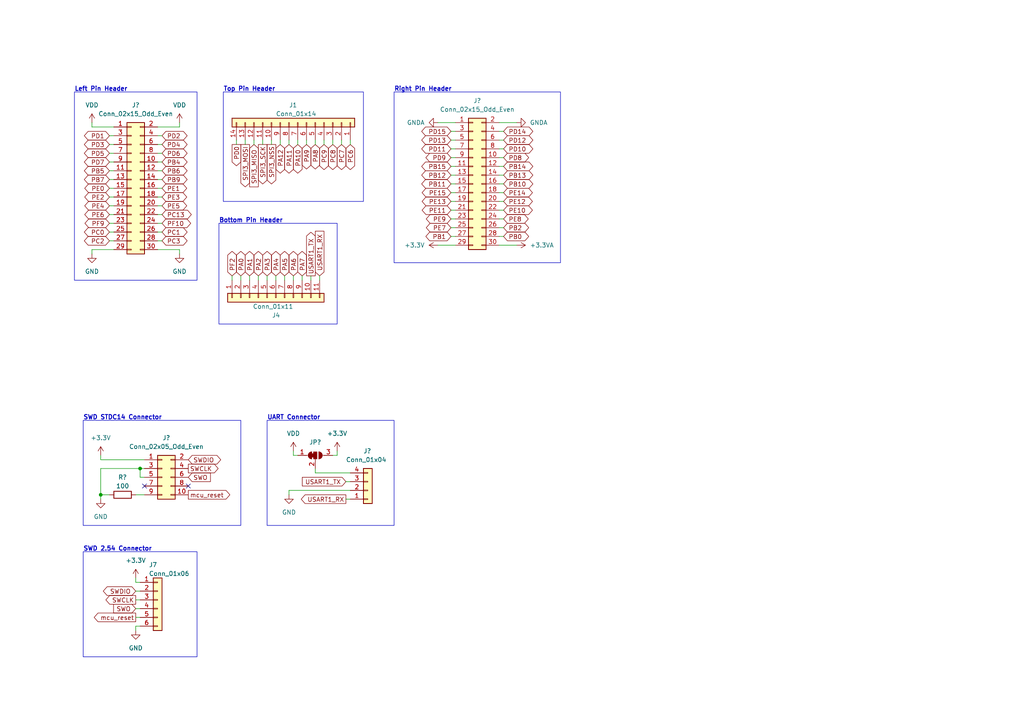
<source format=kicad_sch>
(kicad_sch (version 20230121) (generator eeschema)
  (paper "A4")
  (title_block (date "2023-08-16") (company "MAZE"))
  (lib_symbols
    (symbol "Connector_Generic:Conn_01x04" (pin_names (offset 1.016) hide)
      (property "Reference" "J" (at 0 5.08 0))
      (property "Value" "Conn_01x04" (at 0 -7.62 0))
      (symbol "Conn_01x04_1_1"
        (rectangle (start -1.27 -4.953) (end 0 -5.207) (stroke (width 0.1524)))
        (rectangle (start -1.27 -2.413) (end 0 -2.667) (stroke (width 0.1524)))
        (rectangle (start -1.27 0.127) (end 0 -0.127) (stroke (width 0.1524)))
        (rectangle (start -1.27 2.667) (end 0 2.413) (stroke (width 0.1524)))
        (rectangle (start -1.27 3.81) (end 1.27 -6.35) (stroke (width 0.254)) (fill (type background)))
        (pin passive line (at -5.08 2.54 0) (length 3.81) (name "Pin_1") (number "1"))
        (pin passive line (at -5.08 0 0) (length 3.81) (name "Pin_2") (number "2"))
        (pin passive line (at -5.08 -2.54 0) (length 3.81) (name "Pin_3") (number "3"))
        (pin passive line (at -5.08 -5.08 0) (length 3.81) (name "Pin_4") (number "4"))
      )
    )
    (symbol "Connector_Generic:Conn_01x06" (pin_names (offset 1.016) hide)
      (property "Reference" "J" (at 0 7.62 0))
      (property "Value" "Conn_01x06" (at 0 -10.16 0))
      (symbol "Conn_01x06_1_1"
        (rectangle (start -1.27 -7.493) (end 0 -7.747) (stroke (width 0.1524)))
        (rectangle (start -1.27 -4.953) (end 0 -5.207) (stroke (width 0.1524)))
        (rectangle (start -1.27 -2.413) (end 0 -2.667) (stroke (width 0.1524)))
        (rectangle (start -1.27 0.127) (end 0 -0.127) (stroke (width 0.1524)))
        (rectangle (start -1.27 2.667) (end 0 2.413) (stroke (width 0.1524)))
        (rectangle (start -1.27 5.207) (end 0 4.953) (stroke (width 0.1524)))
        (rectangle (start -1.27 6.35) (end 1.27 -8.89) (stroke (width 0.254)) (fill (type background)))
        (pin passive line (at -5.08 5.08 0) (length 3.81) (name "Pin_1") (number "1"))
        (pin passive line (at -5.08 2.54 0) (length 3.81) (name "Pin_2") (number "2"))
        (pin passive line (at -5.08 0 0) (length 3.81) (name "Pin_3") (number "3"))
        (pin passive line (at -5.08 -2.54 0) (length 3.81) (name "Pin_4") (number "4"))
        (pin passive line (at -5.08 -5.08 0) (length 3.81) (name "Pin_5") (number "5"))
        (pin passive line (at -5.08 -7.62 0) (length 3.81) (name "Pin_6") (number "6"))
      )
    )
    (symbol "Connector_Generic:Conn_01x11" (pin_names (offset 1.016) hide)
      (property "Reference" "J" (at 0 15.24 0))
      (property "Value" "Conn_01x11" (at 0 -15.24 0))
      (symbol "Conn_01x11_1_1"
        (rectangle (start -1.27 -12.573) (end 0 -12.827) (stroke (width 0.1524)))
        (rectangle (start -1.27 -10.033) (end 0 -10.287) (stroke (width 0.1524)))
        (rectangle (start -1.27 -7.493) (end 0 -7.747) (stroke (width 0.1524)))
        (rectangle (start -1.27 -4.953) (end 0 -5.207) (stroke (width 0.1524)))
        (rectangle (start -1.27 -2.413) (end 0 -2.667) (stroke (width 0.1524)))
        (rectangle (start -1.27 0.127) (end 0 -0.127) (stroke (width 0.1524)))
        (rectangle (start -1.27 2.667) (end 0 2.413) (stroke (width 0.1524)))
        (rectangle (start -1.27 5.207) (end 0 4.953) (stroke (width 0.1524)))
        (rectangle (start -1.27 7.747) (end 0 7.493) (stroke (width 0.1524)))
        (rectangle (start -1.27 10.287) (end 0 10.033) (stroke (width 0.1524)))
        (rectangle (start -1.27 12.827) (end 0 12.573) (stroke (width 0.1524)))
        (rectangle (start -1.27 13.97) (end 1.27 -13.97) (stroke (width 0.254)) (fill (type background)))
        (pin passive line (at -5.08 12.7 0) (length 3.81) (name "Pin_1") (number "1"))
        (pin passive line (at -5.08 -10.16 0) (length 3.81) (name "Pin_10") (number "10"))
        (pin passive line (at -5.08 -12.7 0) (length 3.81) (name "Pin_11") (number "11"))
        (pin passive line (at -5.08 10.16 0) (length 3.81) (name "Pin_2") (number "2"))
        (pin passive line (at -5.08 7.62 0) (length 3.81) (name "Pin_3") (number "3"))
        (pin passive line (at -5.08 5.08 0) (length 3.81) (name "Pin_4") (number "4"))
        (pin passive line (at -5.08 2.54 0) (length 3.81) (name "Pin_5") (number "5"))
        (pin passive line (at -5.08 0 0) (length 3.81) (name "Pin_6") (number "6"))
        (pin passive line (at -5.08 -2.54 0) (length 3.81) (name "Pin_7") (number "7"))
        (pin passive line (at -5.08 -5.08 0) (length 3.81) (name "Pin_8") (number "8"))
        (pin passive line (at -5.08 -7.62 0) (length 3.81) (name "Pin_9") (number "9"))
      )
    )
    (symbol "Connector_Generic:Conn_01x14" (pin_names (offset 1.016) hide)
      (property "Reference" "J" (at 0 17.78 0))
      (property "Value" "Conn_01x14" (at 0 -20.32 0))
      (symbol "Conn_01x14_1_1"
        (rectangle (start -1.27 -17.653) (end 0 -17.907) (stroke (width 0.1524)))
        (rectangle (start -1.27 -15.113) (end 0 -15.367) (stroke (width 0.1524)))
        (rectangle (start -1.27 -12.573) (end 0 -12.827) (stroke (width 0.1524)))
        (rectangle (start -1.27 -10.033) (end 0 -10.287) (stroke (width 0.1524)))
        (rectangle (start -1.27 -7.493) (end 0 -7.747) (stroke (width 0.1524)))
        (rectangle (start -1.27 -4.953) (end 0 -5.207) (stroke (width 0.1524)))
        (rectangle (start -1.27 -2.413) (end 0 -2.667) (stroke (width 0.1524)))
        (rectangle (start -1.27 0.127) (end 0 -0.127) (stroke (width 0.1524)))
        (rectangle (start -1.27 2.667) (end 0 2.413) (stroke (width 0.1524)))
        (rectangle (start -1.27 5.207) (end 0 4.953) (stroke (width 0.1524)))
        (rectangle (start -1.27 7.747) (end 0 7.493) (stroke (width 0.1524)))
        (rectangle (start -1.27 10.287) (end 0 10.033) (stroke (width 0.1524)))
        (rectangle (start -1.27 12.827) (end 0 12.573) (stroke (width 0.1524)))
        (rectangle (start -1.27 15.367) (end 0 15.113) (stroke (width 0.1524)))
        (rectangle (start -1.27 16.51) (end 1.27 -19.05) (stroke (width 0.254)) (fill (type background)))
        (pin passive line (at -5.08 15.24 0) (length 3.81) (name "Pin_1") (number "1"))
        (pin passive line (at -5.08 -7.62 0) (length 3.81) (name "Pin_10") (number "10"))
        (pin passive line (at -5.08 -10.16 0) (length 3.81) (name "Pin_11") (number "11"))
        (pin passive line (at -5.08 -12.7 0) (length 3.81) (name "Pin_12") (number "12"))
        (pin passive line (at -5.08 -15.24 0) (length 3.81) (name "Pin_13") (number "13"))
        (pin passive line (at -5.08 -17.78 0) (length 3.81) (name "Pin_14") (number "14"))
        (pin passive line (at -5.08 12.7 0) (length 3.81) (name "Pin_2") (number "2"))
        (pin passive line (at -5.08 10.16 0) (length 3.81) (name "Pin_3") (number "3"))
        (pin passive line (at -5.08 7.62 0) (length 3.81) (name "Pin_4") (number "4"))
        (pin passive line (at -5.08 5.08 0) (length 3.81) (name "Pin_5") (number "5"))
        (pin passive line (at -5.08 2.54 0) (length 3.81) (name "Pin_6") (number "6"))
        (pin passive line (at -5.08 0 0) (length 3.81) (name "Pin_7") (number "7"))
        (pin passive line (at -5.08 -2.54 0) (length 3.81) (name "Pin_8") (number "8"))
        (pin passive line (at -5.08 -5.08 0) (length 3.81) (name "Pin_9") (number "9"))
      )
    )
    (symbol "Connector_Generic:Conn_02x05_Odd_Even" (pin_names (offset 1.016) hide)
      (property "Reference" "J" (at 1.27 7.62 0))
      (property "Value" "Conn_02x05_Odd_Even" (at 1.27 -7.62 0))
      (symbol "Conn_02x05_Odd_Even_1_1"
        (rectangle (start -1.27 -4.953) (end 0 -5.207) (stroke (width 0.1524)))
        (rectangle (start -1.27 -2.413) (end 0 -2.667) (stroke (width 0.1524)))
        (rectangle (start -1.27 0.127) (end 0 -0.127) (stroke (width 0.1524)))
        (rectangle (start -1.27 2.667) (end 0 2.413) (stroke (width 0.1524)))
        (rectangle (start -1.27 5.207) (end 0 4.953) (stroke (width 0.1524)))
        (rectangle (start -1.27 6.35) (end 3.81 -6.35) (stroke (width 0.254)) (fill (type background)))
        (rectangle (start 3.81 -4.953) (end 2.54 -5.207) (stroke (width 0.1524)))
        (rectangle (start 3.81 -2.413) (end 2.54 -2.667) (stroke (width 0.1524)))
        (rectangle (start 3.81 0.127) (end 2.54 -0.127) (stroke (width 0.1524)))
        (rectangle (start 3.81 2.667) (end 2.54 2.413) (stroke (width 0.1524)))
        (rectangle (start 3.81 5.207) (end 2.54 4.953) (stroke (width 0.1524)))
        (pin passive line (at -5.08 5.08 0) (length 3.81) (name "Pin_1") (number "1"))
        (pin passive line (at 7.62 -5.08 180) (length 3.81) (name "Pin_10") (number "10"))
        (pin passive line (at 7.62 5.08 180) (length 3.81) (name "Pin_2") (number "2"))
        (pin passive line (at -5.08 2.54 0) (length 3.81) (name "Pin_3") (number "3"))
        (pin passive line (at 7.62 2.54 180) (length 3.81) (name "Pin_4") (number "4"))
        (pin passive line (at -5.08 0 0) (length 3.81) (name "Pin_5") (number "5"))
        (pin passive line (at 7.62 0 180) (length 3.81) (name "Pin_6") (number "6"))
        (pin passive line (at -5.08 -2.54 0) (length 3.81) (name "Pin_7") (number "7"))
        (pin passive line (at 7.62 -2.54 180) (length 3.81) (name "Pin_8") (number "8"))
        (pin passive line (at -5.08 -5.08 0) (length 3.81) (name "Pin_9") (number "9"))
      )
    )
    (symbol "Connector_Generic:Conn_02x15_Odd_Even" (pin_names (offset 1.016) hide)
      (property "Reference" "J" (at 1.27 20.32 0))
      (property "Value" "Conn_02x15_Odd_Even" (at 1.27 -20.32 0))
      (symbol "Conn_02x15_Odd_Even_1_1"
        (rectangle (start -1.27 -17.653) (end 0 -17.907) (stroke (width 0.1524)))
        (rectangle (start -1.27 -15.113) (end 0 -15.367) (stroke (width 0.1524)))
        (rectangle (start -1.27 -12.573) (end 0 -12.827) (stroke (width 0.1524)))
        (rectangle (start -1.27 -10.033) (end 0 -10.287) (stroke (width 0.1524)))
        (rectangle (start -1.27 -7.493) (end 0 -7.747) (stroke (width 0.1524)))
        (rectangle (start -1.27 -4.953) (end 0 -5.207) (stroke (width 0.1524)))
        (rectangle (start -1.27 -2.413) (end 0 -2.667) (stroke (width 0.1524)))
        (rectangle (start -1.27 0.127) (end 0 -0.127) (stroke (width 0.1524)))
        (rectangle (start -1.27 2.667) (end 0 2.413) (stroke (width 0.1524)))
        (rectangle (start -1.27 5.207) (end 0 4.953) (stroke (width 0.1524)))
        (rectangle (start -1.27 7.747) (end 0 7.493) (stroke (width 0.1524)))
        (rectangle (start -1.27 10.287) (end 0 10.033) (stroke (width 0.1524)))
        (rectangle (start -1.27 12.827) (end 0 12.573) (stroke (width 0.1524)))
        (rectangle (start -1.27 15.367) (end 0 15.113) (stroke (width 0.1524)))
        (rectangle (start -1.27 17.907) (end 0 17.653) (stroke (width 0.1524)))
        (rectangle (start -1.27 19.05) (end 3.81 -19.05) (stroke (width 0.254)) (fill (type background)))
        (rectangle (start 3.81 -17.653) (end 2.54 -17.907) (stroke (width 0.1524)))
        (rectangle (start 3.81 -15.113) (end 2.54 -15.367) (stroke (width 0.1524)))
        (rectangle (start 3.81 -12.573) (end 2.54 -12.827) (stroke (width 0.1524)))
        (rectangle (start 3.81 -10.033) (end 2.54 -10.287) (stroke (width 0.1524)))
        (rectangle (start 3.81 -7.493) (end 2.54 -7.747) (stroke (width 0.1524)))
        (rectangle (start 3.81 -4.953) (end 2.54 -5.207) (stroke (width 0.1524)))
        (rectangle (start 3.81 -2.413) (end 2.54 -2.667) (stroke (width 0.1524)))
        (rectangle (start 3.81 0.127) (end 2.54 -0.127) (stroke (width 0.1524)))
        (rectangle (start 3.81 2.667) (end 2.54 2.413) (stroke (width 0.1524)))
        (rectangle (start 3.81 5.207) (end 2.54 4.953) (stroke (width 0.1524)))
        (rectangle (start 3.81 7.747) (end 2.54 7.493) (stroke (width 0.1524)))
        (rectangle (start 3.81 10.287) (end 2.54 10.033) (stroke (width 0.1524)))
        (rectangle (start 3.81 12.827) (end 2.54 12.573) (stroke (width 0.1524)))
        (rectangle (start 3.81 15.367) (end 2.54 15.113) (stroke (width 0.1524)))
        (rectangle (start 3.81 17.907) (end 2.54 17.653) (stroke (width 0.1524)))
        (pin passive line (at -5.08 17.78 0) (length 3.81) (name "Pin_1") (number "1"))
        (pin passive line (at 7.62 7.62 180) (length 3.81) (name "Pin_10") (number "10"))
        (pin passive line (at -5.08 5.08 0) (length 3.81) (name "Pin_11") (number "11"))
        (pin passive line (at 7.62 5.08 180) (length 3.81) (name "Pin_12") (number "12"))
        (pin passive line (at -5.08 2.54 0) (length 3.81) (name "Pin_13") (number "13"))
        (pin passive line (at 7.62 2.54 180) (length 3.81) (name "Pin_14") (number "14"))
        (pin passive line (at -5.08 0 0) (length 3.81) (name "Pin_15") (number "15"))
        (pin passive line (at 7.62 0 180) (length 3.81) (name "Pin_16") (number "16"))
        (pin passive line (at -5.08 -2.54 0) (length 3.81) (name "Pin_17") (number "17"))
        (pin passive line (at 7.62 -2.54 180) (length 3.81) (name "Pin_18") (number "18"))
        (pin passive line (at -5.08 -5.08 0) (length 3.81) (name "Pin_19") (number "19"))
        (pin passive line (at 7.62 17.78 180) (length 3.81) (name "Pin_2") (number "2"))
        (pin passive line (at 7.62 -5.08 180) (length 3.81) (name "Pin_20") (number "20"))
        (pin passive line (at -5.08 -7.62 0) (length 3.81) (name "Pin_21") (number "21"))
        (pin passive line (at 7.62 -7.62 180) (length 3.81) (name "Pin_22") (number "22"))
        (pin passive line (at -5.08 -10.16 0) (length 3.81) (name "Pin_23") (number "23"))
        (pin passive line (at 7.62 -10.16 180) (length 3.81) (name "Pin_24") (number "24"))
        (pin passive line (at -5.08 -12.7 0) (length 3.81) (name "Pin_25") (number "25"))
        (pin passive line (at 7.62 -12.7 180) (length 3.81) (name "Pin_26") (number "26"))
        (pin passive line (at -5.08 -15.24 0) (length 3.81) (name "Pin_27") (number "27"))
        (pin passive line (at 7.62 -15.24 180) (length 3.81) (name "Pin_28") (number "28"))
        (pin passive line (at -5.08 -17.78 0) (length 3.81) (name "Pin_29") (number "29"))
        (pin passive line (at -5.08 15.24 0) (length 3.81) (name "Pin_3") (number "3"))
        (pin passive line (at 7.62 -17.78 180) (length 3.81) (name "Pin_30") (number "30"))
        (pin passive line (at 7.62 15.24 180) (length 3.81) (name "Pin_4") (number "4"))
        (pin passive line (at -5.08 12.7 0) (length 3.81) (name "Pin_5") (number "5"))
        (pin passive line (at 7.62 12.7 180) (length 3.81) (name "Pin_6") (number "6"))
        (pin passive line (at -5.08 10.16 0) (length 3.81) (name "Pin_7") (number "7"))
        (pin passive line (at 7.62 10.16 180) (length 3.81) (name "Pin_8") (number "8"))
        (pin passive line (at -5.08 7.62 0) (length 3.81) (name "Pin_9") (number "9"))
      )
    )
    (symbol "Device:R" (pin_numbers hide) (pin_names (offset 0))
      (property "Reference" "R" (at 2.032 0 90))
      (property "Value" "R" (at 0 0 90))
      (symbol "R_0_1"
        (rectangle (start -1.016 -2.54) (end 1.016 2.54) (stroke (width 0.254)))
      )
      (symbol "R_1_1"
        (pin passive line (at 0 3.81 270) (length 1.27) (name "~") (number "1"))
        (pin passive line (at 0 -3.81 90) (length 1.27) (name "~") (number "2"))
      )
    )
    (symbol "Jumper:SolderJumper_3_Bridged12" (pin_names (offset 0) hide)
      (property "Reference" "JP" (at -2.54 -2.54 0))
      (property "Value" "SolderJumper_3_Bridged12" (at 0 2.794 0))
      (symbol "SolderJumper_3_Bridged12_0_1"
        (rectangle (start -1.016 0.508) (end -0.508 -0.508) (fill (type outline)))
        (arc (start -1.016 1.016) (mid -2.0276 0) (end -1.016 -1.016))
        (arc (start -1.016 1.016) (mid -2.0276 0) (end -1.016 -1.016) (fill (type outline)))
        (rectangle (start -0.508 1.016) (end 0.508 -1.016) (fill (type outline)))
        (polyline (pts (xy -2.54 0) (xy -2.032 0)))
        (polyline (pts (xy -1.016 1.016) (xy -1.016 -1.016)))
        (polyline (pts (xy 0 -1.27) (xy 0 -1.016)))
        (polyline (pts (xy 1.016 1.016) (xy 1.016 -1.016)))
        (polyline (pts (xy 2.54 0) (xy 2.032 0)))
        (arc (start 1.016 -1.016) (mid 2.0276 0) (end 1.016 1.016))
        (arc (start 1.016 -1.016) (mid 2.0276 0) (end 1.016 1.016) (fill (type outline)))
      )
      (symbol "SolderJumper_3_Bridged12_1_1"
        (pin passive line (at -5.08 0 0) (length 2.54) (name "A") (number "1"))
        (pin passive line (at 0 -3.81 90) (length 2.54) (name "C") (number "2"))
        (pin passive line (at 5.08 0 180) (length 2.54) (name "B") (number "3"))
      )
    )
    (symbol "power:+3.3V" (power) (pin_names (offset 0))
      (property "Value" "+3.3V" (at 0 3.556 0))
      (symbol "+3.3V_0_1"
        (polyline (pts (xy -0.762 1.27) (xy 0 2.54)))
        (polyline (pts (xy 0 0) (xy 0 2.54)))
        (polyline (pts (xy 0 2.54) (xy 0.762 1.27)))
      )
      (symbol "+3.3V_1_1"
        (pin power_in line (at 0 0 90) (length 0) hide (name "+3.3V") (number "1"))
      )
    )
    (symbol "power:+3.3VA" (power) (pin_names (offset 0))
      (property "Value" "+3.3VA" (at 0 3.556 0))
      (symbol "+3.3VA_0_1"
        (polyline (pts (xy -0.762 1.27) (xy 0 2.54)))
        (polyline (pts (xy 0 0) (xy 0 2.54)))
        (polyline (pts (xy 0 2.54) (xy 0.762 1.27)))
      )
      (symbol "+3.3VA_1_1"
        (pin power_in line (at 0 0 90) (length 0) hide (name "+3.3VA") (number "1"))
      )
    )
    (symbol "power:GND" (power) (pin_names (offset 0))
      (property "Value" "GND" (at 0 -3.81 0))
      (symbol "GND_0_1"
        (polyline (pts (xy 0 0) (xy 0 -1.27) (xy 1.27 -1.27) (xy 0 -2.54) (xy -1.27 -1.27) (xy 0 -1.27)))
      )
      (symbol "GND_1_1"
        (pin power_in line (at 0 0 270) (length 0) hide (name "GND") (number "1"))
      )
    )
    (symbol "power:GNDA" (power) (pin_names (offset 0))
      (property "Value" "GNDA" (at 0 -3.81 0))
      (symbol "GNDA_0_1"
        (polyline (pts (xy 0 0) (xy 0 -1.27) (xy 1.27 -1.27) (xy 0 -2.54) (xy -1.27 -1.27) (xy 0 -1.27)))
      )
      (symbol "GNDA_1_1"
        (pin power_in line (at 0 0 270) (length 0) hide (name "GNDA") (number "1"))
      )
    )
    (symbol "power:VDD" (power) (pin_names (offset 0))
      (property "Value" "VDD" (at 0 3.81 0))
      (symbol "VDD_0_1"
        (polyline (pts (xy -0.762 1.27) (xy 0 2.54)))
        (polyline (pts (xy 0 0) (xy 0 2.54)))
        (polyline (pts (xy 0 2.54) (xy 0.762 1.27)))
      )
      (symbol "VDD_1_1"
        (pin power_in line (at 0 0 90) (length 0) hide (name "VDD") (number "1"))
      )
    )
  )
  (junction (at 29.21 143.51))
  (junction (at 40.64 135.89))
  (no_connect (at 54.61 140.97))
  (no_connect (at 41.91 140.97))
  (wire (pts (xy 130.81 45.72) (xy 132.08 45.72)))
  (wire (pts (xy 46.99 52.07) (xy 45.72 52.07)))
  (wire (pts (xy 101.6 142.24) (xy 83.82 142.24)))
  (wire (pts (xy 149.86 71.12) (xy 144.78 71.12)))
  (wire (pts (xy 45.72 72.39) (xy 52.07 72.39)))
  (wire (pts (xy 33.02 72.39) (xy 26.67 72.39)))
  (wire (pts (xy 91.44 135.89) (xy 91.44 137.16)))
  (wire (pts (xy 96.52 41.91) (xy 96.52 40.64)))
  (wire (pts (xy 100.33 144.78) (xy 101.6 144.78)))
  (wire (pts (xy 31.75 41.91) (xy 33.02 41.91)))
  (wire (pts (xy 146.05 48.26) (xy 144.78 48.26)))
  (wire (pts (xy 130.81 60.96) (xy 132.08 60.96)))
  (wire (pts (xy 41.91 138.43) (xy 40.64 138.43)))
  (wire (pts (xy 92.71 80.01) (xy 92.71 81.28)))
  (wire (pts (xy 86.36 132.08) (xy 85.09 132.08)))
  (wire (pts (xy 39.37 171.45) (xy 40.64 171.45)))
  (wire (pts (xy 91.44 41.91) (xy 91.44 40.64)))
  (wire (pts (xy 41.91 133.35) (xy 29.21 133.35)))
  (wire (pts (xy 29.21 143.51) (xy 31.75 143.51)))
  (wire (pts (xy 73.66 41.91) (xy 73.66 40.64)))
  (wire (pts (xy 39.37 179.07) (xy 40.64 179.07)))
  (wire (pts (xy 46.99 41.91) (xy 45.72 41.91)))
  (wire (pts (xy 130.81 55.88) (xy 132.08 55.88)))
  (wire (pts (xy 101.6 41.91) (xy 101.6 40.64)))
  (wire (pts (xy 146.05 38.1) (xy 144.78 38.1)))
  (wire (pts (xy 46.99 49.53) (xy 45.72 49.53)))
  (wire (pts (xy 97.79 130.81) (xy 97.79 132.08)))
  (wire (pts (xy 31.75 64.77) (xy 33.02 64.77)))
  (wire (pts (xy 39.37 176.53) (xy 40.64 176.53)))
  (wire (pts (xy 40.64 135.89) (xy 29.21 135.89)))
  (wire (pts (xy 40.64 181.61) (xy 39.37 181.61)))
  (wire (pts (xy 45.72 36.83) (xy 52.07 36.83)))
  (wire (pts (xy 31.75 44.45) (xy 33.02 44.45)))
  (wire (pts (xy 130.81 66.04) (xy 132.08 66.04)))
  (wire (pts (xy 72.39 80.01) (xy 72.39 81.28)))
  (wire (pts (xy 31.75 69.85) (xy 33.02 69.85)))
  (wire (pts (xy 31.75 46.99) (xy 33.02 46.99)))
  (wire (pts (xy 146.05 60.96) (xy 144.78 60.96)))
  (wire (pts (xy 146.05 45.72) (xy 144.78 45.72)))
  (wire (pts (xy 46.99 39.37) (xy 45.72 39.37)))
  (wire (pts (xy 130.81 38.1) (xy 132.08 38.1)))
  (wire (pts (xy 39.37 181.61) (xy 39.37 182.88)))
  (wire (pts (xy 130.81 48.26) (xy 132.08 48.26)))
  (wire (pts (xy 77.47 80.01) (xy 77.47 81.28)))
  (wire (pts (xy 40.64 168.91) (xy 39.37 168.91)))
  (wire (pts (xy 31.75 67.31) (xy 33.02 67.31)))
  (wire (pts (xy 29.21 133.35) (xy 29.21 132.08)))
  (wire (pts (xy 31.75 52.07) (xy 33.02 52.07)))
  (wire (pts (xy 146.05 55.88) (xy 144.78 55.88)))
  (wire (pts (xy 46.99 54.61) (xy 45.72 54.61)))
  (wire (pts (xy 46.99 69.85) (xy 45.72 69.85)))
  (wire (pts (xy 82.55 80.01) (xy 82.55 81.28)))
  (wire (pts (xy 80.01 80.01) (xy 80.01 81.28)))
  (wire (pts (xy 31.75 57.15) (xy 33.02 57.15)))
  (wire (pts (xy 130.81 53.34) (xy 132.08 53.34)))
  (wire (pts (xy 146.05 53.34) (xy 144.78 53.34)))
  (wire (pts (xy 26.67 35.56) (xy 26.67 36.83)))
  (wire (pts (xy 39.37 173.99) (xy 40.64 173.99)))
  (wire (pts (xy 101.6 137.16) (xy 91.44 137.16)))
  (wire (pts (xy 81.28 41.91) (xy 81.28 40.64)))
  (wire (pts (xy 85.09 132.08) (xy 85.09 130.81)))
  (wire (pts (xy 130.81 50.8) (xy 132.08 50.8)))
  (wire (pts (xy 52.07 35.56) (xy 52.07 36.83)))
  (wire (pts (xy 46.99 59.69) (xy 45.72 59.69)))
  (wire (pts (xy 93.98 41.91) (xy 93.98 40.64)))
  (wire (pts (xy 39.37 143.51) (xy 41.91 143.51)))
  (wire (pts (xy 130.81 43.18) (xy 132.08 43.18)))
  (wire (pts (xy 31.75 39.37) (xy 33.02 39.37)))
  (wire (pts (xy 146.05 58.42) (xy 144.78 58.42)))
  (wire (pts (xy 100.33 139.7) (xy 101.6 139.7)))
  (wire (pts (xy 130.81 63.5) (xy 132.08 63.5)))
  (wire (pts (xy 149.86 35.56) (xy 144.78 35.56)))
  (wire (pts (xy 146.05 63.5) (xy 144.78 63.5)))
  (wire (pts (xy 52.07 72.39) (xy 52.07 73.66)))
  (wire (pts (xy 46.99 46.99) (xy 45.72 46.99)))
  (wire (pts (xy 46.99 67.31) (xy 45.72 67.31)))
  (wire (pts (xy 146.05 66.04) (xy 144.78 66.04)))
  (wire (pts (xy 46.99 64.77) (xy 45.72 64.77)))
  (wire (pts (xy 146.05 50.8) (xy 144.78 50.8)))
  (wire (pts (xy 31.75 59.69) (xy 33.02 59.69)))
  (wire (pts (xy 99.06 41.91) (xy 99.06 40.64)))
  (wire (pts (xy 41.91 135.89) (xy 40.64 135.89)))
  (wire (pts (xy 83.82 41.91) (xy 83.82 40.64)))
  (wire (pts (xy 29.21 135.89) (xy 29.21 143.51)))
  (wire (pts (xy 46.99 57.15) (xy 45.72 57.15)))
  (wire (pts (xy 46.99 44.45) (xy 45.72 44.45)))
  (wire (pts (xy 88.9 41.91) (xy 88.9 40.64)))
  (wire (pts (xy 127 71.12) (xy 132.08 71.12)))
  (wire (pts (xy 46.99 62.23) (xy 45.72 62.23)))
  (wire (pts (xy 146.05 68.58) (xy 144.78 68.58)))
  (wire (pts (xy 78.74 41.91) (xy 78.74 40.64)))
  (wire (pts (xy 146.05 40.64) (xy 144.78 40.64)))
  (wire (pts (xy 39.37 168.91) (xy 39.37 167.64)))
  (wire (pts (xy 69.85 80.01) (xy 69.85 81.28)))
  (wire (pts (xy 85.09 80.01) (xy 85.09 81.28)))
  (wire (pts (xy 74.93 80.01) (xy 74.93 81.28)))
  (wire (pts (xy 26.67 36.83) (xy 33.02 36.83)))
  (wire (pts (xy 71.12 41.91) (xy 71.12 40.64)))
  (wire (pts (xy 68.58 41.91) (xy 68.58 40.64)))
  (wire (pts (xy 40.64 135.89) (xy 40.64 138.43)))
  (wire (pts (xy 130.81 68.58) (xy 132.08 68.58)))
  (wire (pts (xy 76.2 41.91) (xy 76.2 40.64)))
  (wire (pts (xy 67.31 80.01) (xy 67.31 81.28)))
  (wire (pts (xy 26.67 72.39) (xy 26.67 73.66)))
  (wire (pts (xy 31.75 49.53) (xy 33.02 49.53)))
  (wire (pts (xy 31.75 54.61) (xy 33.02 54.61)))
  (wire (pts (xy 87.63 80.01) (xy 87.63 81.28)))
  (wire (pts (xy 31.75 62.23) (xy 33.02 62.23)))
  (wire (pts (xy 86.36 41.91) (xy 86.36 40.64)))
  (wire (pts (xy 130.81 40.64) (xy 132.08 40.64)))
  (wire (pts (xy 130.81 58.42) (xy 132.08 58.42)))
  (wire (pts (xy 127 35.56) (xy 132.08 35.56)))
  (wire (pts (xy 97.79 132.08) (xy 96.52 132.08)))
  (wire (pts (xy 90.17 80.01) (xy 90.17 81.28)))
  (wire (pts (xy 146.05 43.18) (xy 144.78 43.18)))
  (wire (pts (xy 83.82 142.24) (xy 83.82 143.51)))
  (wire (pts (xy 29.21 144.78) (xy 29.21 143.51)))
  (rectangle (start 63.5 64.77) (end 97.79 93.98))
  (rectangle (start 24.13 121.92) (end 69.85 152.4))
  (rectangle (start 64.77 26.67) (end 105.41 58.42))
  (rectangle (start 24.13 160.02) (end 57.15 190.5))
  (rectangle (start 21.59 26.67) (end 57.15 81.28))
  (rectangle (start 114.3 26.67) (end 162.56 76.2))
  (rectangle (start 77.47 121.92) (end 114.3 152.4))
  (text "Top Pin Header" (at 64.77 26.67 0) (effects (font (size 1.27 1.27) (thickness 0.254) bold) (justify left bottom)))
  (text "SWD STDC14 Connector" (at 24.13 121.92 0) (effects (font (size 1.27 1.27) (thickness 0.254) bold) (justify left bottom)))
  (text "Left Pin Header" (at 21.59 26.67 0) (effects (font (size 1.27 1.27) (thickness 0.254) bold) (justify left bottom)))
  (text "Bottom Pin Header" (at 63.5 64.77 0) (effects (font (size 1.27 1.27) (thickness 0.254) bold) (justify left bottom)))
  (text "UART Connector" (at 77.47 121.92 0) (effects (font (size 1.27 1.27) (thickness 0.254) bold) (justify left bottom)))
  (text "Right Pin Header" (at 114.3 26.67 0) (effects (font (size 1.27 1.27) (thickness 0.254) bold) (justify left bottom)))
  (text "SWD 2.54 Connector" (at 24.13 160.02 0) (effects (font (size 1.27 1.27) (thickness 0.254) bold) (justify left bottom)))
  (global_label "PA2" (shape bidirectional) (at 74.93 80.01 90) (property "Intersheetrefs" "${INTERSHEET_REFS}" (effects hide)))
  (global_label "PD4" (shape bidirectional) (at 46.99 41.91 0) (property "Intersheetrefs" "${INTERSHEET_REFS}" (effects hide)))
  (global_label "PD7" (shape bidirectional) (at 31.75 46.99 180) (property "Intersheetrefs" "${INTERSHEET_REFS}" (effects hide)))
  (global_label "USART1_TX" (shape output) (at 90.17 80.01 90) (property "Intersheetrefs" "${INTERSHEET_REFS}" (effects hide)))
  (global_label "SWO" (shape input) (at 54.61 138.43 0) (property "Intersheetrefs" "${INTERSHEET_REFS}" (effects hide)))
  (global_label "PE3" (shape bidirectional) (at 46.99 57.15 0) (property "Intersheetrefs" "${INTERSHEET_REFS}" (effects hide)))
  (global_label "PB12" (shape bidirectional) (at 130.81 50.8 180) (property "Intersheetrefs" "${INTERSHEET_REFS}" (effects hide)))
  (global_label "PB9" (shape bidirectional) (at 46.99 52.07 0) (property "Intersheetrefs" "${INTERSHEET_REFS}" (effects hide)))
  (global_label "PC1" (shape bidirectional) (at 46.99 67.31 0) (property "Intersheetrefs" "${INTERSHEET_REFS}" (effects hide)))
  (global_label "PE10" (shape bidirectional) (at 146.05 60.96 0) (property "Intersheetrefs" "${INTERSHEET_REFS}" (effects hide)))
  (global_label "PE4" (shape bidirectional) (at 31.75 59.69 180) (property "Intersheetrefs" "${INTERSHEET_REFS}" (effects hide)))
  (global_label "PD5" (shape bidirectional) (at 31.75 44.45 180) (property "Intersheetrefs" "${INTERSHEET_REFS}" (effects hide)))
  (global_label "PE0" (shape bidirectional) (at 31.75 54.61 180) (property "Intersheetrefs" "${INTERSHEET_REFS}" (effects hide)))
  (global_label "PD2" (shape bidirectional) (at 46.99 39.37 0) (property "Intersheetrefs" "${INTERSHEET_REFS}" (effects hide)))
  (global_label "PE2" (shape bidirectional) (at 31.75 57.15 180) (property "Intersheetrefs" "${INTERSHEET_REFS}" (effects hide)))
  (global_label "SWO" (shape input) (at 39.37 176.53 180) (property "Intersheetrefs" "${INTERSHEET_REFS}" (effects hide)))
  (global_label "PE11" (shape bidirectional) (at 130.81 60.96 180) (property "Intersheetrefs" "${INTERSHEET_REFS}" (effects hide)))
  (global_label "PE14" (shape bidirectional) (at 146.05 55.88 0) (property "Intersheetrefs" "${INTERSHEET_REFS}" (effects hide)))
  (global_label "PA1" (shape bidirectional) (at 72.39 80.01 90) (property "Intersheetrefs" "${INTERSHEET_REFS}" (effects hide)))
  (global_label "PE6" (shape bidirectional) (at 31.75 62.23 180) (property "Intersheetrefs" "${INTERSHEET_REFS}" (effects hide)))
  (global_label "PD13" (shape bidirectional) (at 130.81 40.64 180) (property "Intersheetrefs" "${INTERSHEET_REFS}" (effects hide)))
  (global_label "PE7" (shape bidirectional) (at 130.81 66.04 180) (property "Intersheetrefs" "${INTERSHEET_REFS}" (effects hide)))
  (global_label "PB10" (shape bidirectional) (at 146.05 53.34 0) (property "Intersheetrefs" "${INTERSHEET_REFS}" (effects hide)))
  (global_label "PC6" (shape bidirectional) (at 101.6 41.91 270) (property "Intersheetrefs" "${INTERSHEET_REFS}" (effects hide)))
  (global_label "mcu_reset" (shape output) (at 54.61 143.51 0) (property "Intersheetrefs" "${INTERSHEET_REFS}" (effects hide)))
  (global_label "PD14" (shape bidirectional) (at 146.05 38.1 0) (property "Intersheetrefs" "${INTERSHEET_REFS}" (effects hide)))
  (global_label "PF10" (shape bidirectional) (at 46.99 64.77 0) (property "Intersheetrefs" "${INTERSHEET_REFS}" (effects hide)))
  (global_label "PF9" (shape bidirectional) (at 31.75 64.77 180) (property "Intersheetrefs" "${INTERSHEET_REFS}" (effects hide)))
  (global_label "PA9" (shape bidirectional) (at 88.9 41.91 270) (property "Intersheetrefs" "${INTERSHEET_REFS}" (effects hide)))
  (global_label "PC7" (shape bidirectional) (at 99.06 41.91 270) (property "Intersheetrefs" "${INTERSHEET_REFS}" (effects hide)))
  (global_label "PE9" (shape bidirectional) (at 130.81 63.5 180) (property "Intersheetrefs" "${INTERSHEET_REFS}" (effects hide)))
  (global_label "PD0" (shape output) (at 68.58 41.91 270) (property "Intersheetrefs" "${INTERSHEET_REFS}" (effects hide)))
  (global_label "PE5" (shape bidirectional) (at 46.99 59.69 0) (property "Intersheetrefs" "${INTERSHEET_REFS}" (effects hide)))
  (global_label "PC8" (shape bidirectional) (at 96.52 41.91 270) (property "Intersheetrefs" "${INTERSHEET_REFS}" (effects hide)))
  (global_label "PD8" (shape bidirectional) (at 146.05 45.72 0) (property "Intersheetrefs" "${INTERSHEET_REFS}" (effects hide)))
  (global_label "USART1_RX" (shape output) (at 100.33 144.78 180) (property "Intersheetrefs" "${INTERSHEET_REFS}" (effects hide)))
  (global_label "PE13" (shape bidirectional) (at 130.81 58.42 180) (property "Intersheetrefs" "${INTERSHEET_REFS}" (effects hide)))
  (global_label "mcu_reset" (shape output) (at 39.37 179.07 180) (property "Intersheetrefs" "${INTERSHEET_REFS}" (effects hide)))
  (global_label "PD3" (shape bidirectional) (at 31.75 41.91 180) (property "Intersheetrefs" "${INTERSHEET_REFS}" (effects hide)))
  (global_label "PC3" (shape bidirectional) (at 46.99 69.85 0) (property "Intersheetrefs" "${INTERSHEET_REFS}" (effects hide)))
  (global_label "PB15" (shape bidirectional) (at 130.81 48.26 180) (property "Intersheetrefs" "${INTERSHEET_REFS}" (effects hide)))
  (global_label "PD10" (shape bidirectional) (at 146.05 43.18 0) (property "Intersheetrefs" "${INTERSHEET_REFS}" (effects hide)))
  (global_label "PA5" (shape bidirectional) (at 82.55 80.01 90) (property "Intersheetrefs" "${INTERSHEET_REFS}" (effects hide)))
  (global_label "PA10" (shape bidirectional) (at 86.36 41.91 270) (property "Intersheetrefs" "${INTERSHEET_REFS}" (effects hide)))
  (global_label "PD15" (shape bidirectional) (at 130.81 38.1 180) (property "Intersheetrefs" "${INTERSHEET_REFS}" (effects hide)))
  (global_label "USART1_TX" (shape input) (at 100.33 139.7 180) (property "Intersheetrefs" "${INTERSHEET_REFS}" (effects hide)))
  (global_label "PD1" (shape bidirectional) (at 31.75 39.37 180) (property "Intersheetrefs" "${INTERSHEET_REFS}" (effects hide)))
  (global_label "PB5" (shape bidirectional) (at 31.75 49.53 180) (property "Intersheetrefs" "${INTERSHEET_REFS}" (effects hide)))
  (global_label "PB0" (shape bidirectional) (at 146.05 68.58 0) (property "Intersheetrefs" "${INTERSHEET_REFS}" (effects hide)))
  (global_label "PD11" (shape bidirectional) (at 130.81 43.18 180) (property "Intersheetrefs" "${INTERSHEET_REFS}" (effects hide)))
  (global_label "PA4" (shape bidirectional) (at 80.01 80.01 90) (property "Intersheetrefs" "${INTERSHEET_REFS}" (effects hide)))
  (global_label "PB11" (shape bidirectional) (at 130.81 53.34 180) (property "Intersheetrefs" "${INTERSHEET_REFS}" (effects hide)))
  (global_label "PC13" (shape bidirectional) (at 46.99 62.23 0) (property "Intersheetrefs" "${INTERSHEET_REFS}" (effects hide)))
  (global_label "PA3" (shape bidirectional) (at 77.47 80.01 90) (property "Intersheetrefs" "${INTERSHEET_REFS}" (effects hide)))
  (global_label "PB1" (shape bidirectional) (at 130.81 68.58 180) (property "Intersheetrefs" "${INTERSHEET_REFS}" (effects hide)))
  (global_label "PD9" (shape bidirectional) (at 130.81 45.72 180) (property "Intersheetrefs" "${INTERSHEET_REFS}" (effects hide)))
  (global_label "PE8" (shape bidirectional) (at 146.05 63.5 0) (property "Intersheetrefs" "${INTERSHEET_REFS}" (effects hide)))
  (global_label "PE1" (shape bidirectional) (at 46.99 54.61 0) (property "Intersheetrefs" "${INTERSHEET_REFS}" (effects hide)))
  (global_label "PB14" (shape bidirectional) (at 146.05 48.26 0) (property "Intersheetrefs" "${INTERSHEET_REFS}" (effects hide)))
  (global_label "SPI3_SCK" (shape output) (at 76.2 41.91 270) (property "Intersheetrefs" "${INTERSHEET_REFS}" (effects hide)))
  (global_label "USART1_RX" (shape input) (at 92.71 80.01 90) (property "Intersheetrefs" "${INTERSHEET_REFS}" (effects hide)))
  (global_label "SWDIO" (shape bidirectional) (at 39.37 171.45 180) (property "Intersheetrefs" "${INTERSHEET_REFS}" (effects hide)))
  (global_label "PE15" (shape bidirectional) (at 130.81 55.88 180) (property "Intersheetrefs" "${INTERSHEET_REFS}" (effects hide)))
  (global_label "PA11" (shape bidirectional) (at 83.82 41.91 270) (property "Intersheetrefs" "${INTERSHEET_REFS}" (effects hide)))
  (global_label "SWDIO" (shape bidirectional) (at 54.61 133.35 0) (property "Intersheetrefs" "${INTERSHEET_REFS}" (effects hide)))
  (global_label "PB6" (shape bidirectional) (at 46.99 49.53 0) (property "Intersheetrefs" "${INTERSHEET_REFS}" (effects hide)))
  (global_label "PD12" (shape bidirectional) (at 146.05 40.64 0) (property "Intersheetrefs" "${INTERSHEET_REFS}" (effects hide)))
  (global_label "PA12" (shape bidirectional) (at 81.28 41.91 270) (property "Intersheetrefs" "${INTERSHEET_REFS}" (effects hide)))
  (global_label "PC9" (shape bidirectional) (at 93.98 41.91 270) (property "Intersheetrefs" "${INTERSHEET_REFS}" (effects hide)))
  (global_label "PA8" (shape bidirectional) (at 91.44 41.91 270) (property "Intersheetrefs" "${INTERSHEET_REFS}" (effects hide)))
  (global_label "PA7" (shape bidirectional) (at 87.63 80.01 90) (property "Intersheetrefs" "${INTERSHEET_REFS}" (effects hide)))
  (global_label "PE12" (shape bidirectional) (at 146.05 58.42 0) (property "Intersheetrefs" "${INTERSHEET_REFS}" (effects hide)))
  (global_label "PB4" (shape bidirectional) (at 46.99 46.99 0) (property "Intersheetrefs" "${INTERSHEET_REFS}" (effects hide)))
  (global_label "SWCLK" (shape output) (at 54.61 135.89 0) (property "Intersheetrefs" "${INTERSHEET_REFS}" (effects hide)))
  (global_label "PC0" (shape bidirectional) (at 31.75 67.31 180) (property "Intersheetrefs" "${INTERSHEET_REFS}" (effects hide)))
  (global_label "PB13" (shape bidirectional) (at 146.05 50.8 0) (property "Intersheetrefs" "${INTERSHEET_REFS}" (effects hide)))
  (global_label "PF2" (shape bidirectional) (at 67.31 80.01 90) (property "Intersheetrefs" "${INTERSHEET_REFS}" (effects hide)))
  (global_label "PA6" (shape bidirectional) (at 85.09 80.01 90) (property "Intersheetrefs" "${INTERSHEET_REFS}" (effects hide)))
  (global_label "PA0" (shape bidirectional) (at 69.85 80.01 90) (property "Intersheetrefs" "${INTERSHEET_REFS}" (effects hide)))
  (global_label "PB7" (shape bidirectional) (at 31.75 52.07 180) (property "Intersheetrefs" "${INTERSHEET_REFS}" (effects hide)))
  (global_label "SPI3_MOSI" (shape output) (at 71.12 41.91 270) (property "Intersheetrefs" "${INTERSHEET_REFS}" (effects hide)))
  (global_label "PD6" (shape bidirectional) (at 46.99 44.45 0) (property "Intersheetrefs" "${INTERSHEET_REFS}" (effects hide)))
  (global_label "PC2" (shape bidirectional) (at 31.75 69.85 180) (property "Intersheetrefs" "${INTERSHEET_REFS}" (effects hide)))
  (global_label "SWCLK" (shape output) (at 39.37 173.99 180) (property "Intersheetrefs" "${INTERSHEET_REFS}" (effects hide)))
  (global_label "SPI3_MISO" (shape input) (at 73.66 41.91 270) (property "Intersheetrefs" "${INTERSHEET_REFS}" (effects hide)))
  (global_label "PB2" (shape bidirectional) (at 146.05 66.04 0) (property "Intersheetrefs" "${INTERSHEET_REFS}" (effects hide)))
  (global_label "SPI3_NSS" (shape output) (at 78.74 41.91 270) (property "Intersheetrefs" "${INTERSHEET_REFS}" (effects hide)))
  (symbol (lib_id "power:+3.3V") (at 97.79 130.81 0) (unit 1)
    (property "Reference" "#PWR01" (effects hide))
    (property "Value" "+3.3V" (at 97.79 125.73 0))
    (instances (project "STM32G4 MAZE" (path "" (reference "#PWR01") (unit 1)) (path "" (reference "#PWR030") (unit 1))))
  )
  (symbol (lib_id "power:VDD") (at 26.67 35.56 0) (unit 1)
    (property "Reference" "#PWR?" (effects hide))
    (property "Value" "VDD" (at 26.67 30.48 0))
    (instances (project "STM32G4 MAZE" (path "" (reference "#PWR?") (unit 1)) (path "" (reference "#PWR021") (unit 1))))
  )
  (symbol (lib_id "Jumper:SolderJumper_3_Bridged12") (at 91.44 132.08 0) (unit 1)
    (property "Reference" "JP?" (at 91.44 128.27 0))
    (property "Value" "SolderJumper_3_Bridged12" (effects hide))
    (property "Footprint" "Jumper_HS:SolderJumper-3_P1.3mm_Bridged12_RoundedPad1.0x1.5mm" (effects hide))
    (instances (project "STM32G4 MAZE" (path "" (reference "JP?") (unit 1)) (path "" (reference "JP3") (unit 1))))
  )
  (symbol (lib_id "power:GNDA") (at 149.86 35.56 90) (unit 1)
    (property "Reference" "#PWR?" (effects hide))
    (property "Value" "GNDA" (at 153.67 35.56 90) (effects (justify right)))
    (instances (project "STM32G4 MAZE" (path "" (reference "#PWR?") (unit 1)) (path "" (reference "#PWR024") (unit 1))))
  )
  (symbol (lib_id "Connector_Generic:Conn_01x06") (at 45.72 173.99 0) (unit 1)
    (property "Reference" "J7" (at 43.18 163.83 0) (effects (justify left)))
    (property "Value" "Conn_01x06" (at 43.18 166.37 0) (effects (justify left)))
    (property "Footprint" "Connector_HS:PinHeader_1x06_P2.54mm_Vertical" (effects hide))
  )
  (symbol (lib_id "power:GND") (at 83.82 143.51 0) (unit 1)
    (property "Reference" "#PWR?" (effects hide))
    (property "Value" "GND" (at 83.82 148.59 0))
    (instances (project "STM32G4 MAZE" (path "" (reference "#PWR?") (unit 1)) (path "" (reference "#PWR?") (unit 1)) (path "" (reference "#PWR032") (unit 1))) (project "Lemmiwinks" (path "" (reference "#PWR?") (unit 1))))
  )
  (symbol (lib_id "power:GND") (at 26.67 73.66 0) (unit 1)
    (property "Reference" "#PWR?" (effects hide))
    (property "Value" "GND" (at 26.67 78.74 0))
    (instances (project "STM32G4 MAZE" (path "" (reference "#PWR?") (unit 1)) (path "" (reference "#PWR027") (unit 1))))
  )
  (symbol (lib_id "power:+3.3VA") (at 149.86 71.12 270) (unit 1)
    (property "Reference" "#PWR?" (effects hide))
    (property "Value" "+3.3VA" (at 153.67 71.12 90) (effects (justify left)))
    (instances (project "STM32G4 MAZE" (path "" (reference "#PWR?") (unit 1)) (path "" (reference "#PWR026") (unit 1))))
  )
  (symbol (lib_id "power:+3.3V") (at 39.37 167.64 0) (unit 1)
    (property "Reference" "#PWR01" (effects hide))
    (property "Value" "+3.3V" (at 39.37 162.56 0))
    (instances (project "STM32G4 MAZE" (path "" (reference "#PWR01") (unit 1)) (path "" (reference "#PWR034") (unit 1))))
  )
  (symbol (lib_id "power:GND") (at 39.37 182.88 0) (mirror y) (unit 1)
    (property "Reference" "#PWR?" (effects hide))
    (property "Value" "GND" (at 39.37 187.96 0))
    (instances (project "STM32G4 MAZE" (path "" (reference "#PWR?") (unit 1)) (path "" (reference "#PWR?") (unit 1)) (path "" (reference "#PWR035") (unit 1))) (project "Lemmiwinks" (path "" (reference "#PWR?") (unit 1))))
  )
  (symbol (lib_id "Connector_Generic:Conn_02x05_Odd_Even") (at 46.99 138.43 0) (unit 1)
    (property "Reference" "J?" (at 48.26 127 0))
    (property "Value" "Conn_02x05_Odd_Even" (at 48.26 129.54 0))
    (property "Footprint" "Connector_HS:SWD" (effects hide))
    (instances (project "STM32G4 MAZE" (path "" (reference "J?") (unit 1)) (path "" (reference "J?") (unit 1)) (path "" (reference "J5") (unit 1))) (project "Lemmiwinks" (path "" (reference "J?") (unit 1))))
  )
  (symbol (lib_id "power:GND") (at 52.07 73.66 0) (unit 1)
    (property "Reference" "#PWR?" (effects hide))
    (property "Value" "GND" (at 52.07 78.74 0))
    (instances (project "STM32G4 MAZE" (path "" (reference "#PWR?") (unit 1)) (path "" (reference "#PWR028") (unit 1))))
  )
  (symbol (lib_id "power:GNDA") (at 127 35.56 270) (unit 1)
    (property "Reference" "#PWR?" (effects hide))
    (property "Value" "GNDA" (at 123.19 35.56 90) (effects (justify right)))
    (instances (project "STM32G4 MAZE" (path "" (reference "#PWR?") (unit 1)) (path "" (reference "#PWR023") (unit 1))))
  )
  (symbol (lib_id "Connector_Generic:Conn_01x04") (at 106.68 142.24 0) (mirror x) (unit 1)
    (property "Reference" "J?" (at 105.41 130.81 0) (effects (justify left)))
    (property "Value" "Conn_01x04" (at 100.33 133.35 0) (effects (justify left)))
    (property "Footprint" "Connector_HS:Molex_SPOX_5267-04A_1x04_P2.50mm_Vertical" (effects hide))
    (instances (project "STM32G4 MAZE" (path "" (reference "J?") (unit 1)) (path "" (reference "J6") (unit 1))))
  )
  (symbol (lib_id "power:VDD") (at 85.09 130.81 0) (unit 1)
    (property "Reference" "#PWR?" (effects hide))
    (property "Value" "VDD" (at 85.09 125.73 0))
    (instances (project "STM32G4 MAZE" (path "" (reference "#PWR?") (unit 1)) (path "" (reference "#PWR029") (unit 1))))
  )
  (symbol (lib_id "Device:R") (at 35.56 143.51 90) (unit 1)
    (property "Reference" "R?" (at 35.56 138.43 90))
    (property "Value" "100" (at 35.56 140.97 90))
    (property "Footprint" "SMD_HS:0603_1608_R_HandSolder" (effects hide))
    (instances (project "STM32G4 MAZE" (path "" (reference "R?") (unit 1)) (path "" (reference "R?") (unit 1)) (path "" (reference "R1") (unit 1))) (project "Lemmiwinks" (path "" (reference "R?") (unit 1))))
  )
  (symbol (lib_id "Connector_Generic:Conn_01x14") (at 86.36 35.56 270) (mirror x) (unit 1)
    (property "Reference" "J1" (at 83.82 30.48 90) (effects (justify left)))
    (property "Value" "Conn_01x14" (at 80.01 33.02 90) (effects (justify left)))
    (property "Footprint" "Connector_HS:PinHeader_1x14_P2.54mm_Vertical" (effects hide))
  )
  (symbol (lib_id "Connector_Generic:Conn_02x15_Odd_Even") (at 38.1 54.61 0) (unit 1)
    (property "Reference" "J?" (at 39.37 30.48 0))
    (property "Value" "Conn_02x15_Odd_Even" (at 39.37 33.02 0))
    (property "Footprint" "Connector_HS:PinHeader_2x15_P2.54mm_Vertical_Left" (effects hide))
    (instances (project "STM32G4 MAZE" (path "" (reference "J?") (unit 1)) (path "" (reference "J3") (unit 1))))
  )
  (symbol (lib_id "power:GND") (at 29.21 144.78 0) (unit 1)
    (property "Reference" "#PWR?" (effects hide))
    (property "Value" "GND" (at 29.21 149.86 0))
    (instances (project "STM32G4 MAZE" (path "" (reference "#PWR?") (unit 1)) (path "" (reference "#PWR?") (unit 1)) (path "" (reference "#PWR033") (unit 1))) (project "Lemmiwinks" (path "" (reference "#PWR?") (unit 1))))
  )
  (symbol (lib_id "Connector_Generic:Conn_02x15_Odd_Even") (at 137.16 53.34 0) (unit 1)
    (property "Reference" "J?" (at 138.43 29.21 0))
    (property "Value" "Conn_02x15_Odd_Even" (at 138.43 31.75 0))
    (property "Footprint" "Connector_HS:PinHeader_2x15_P2.54mm_Vertical_Right" (effects hide))
    (instances (project "STM32G4 MAZE" (path "" (reference "J?") (unit 1)) (path "" (reference "J2") (unit 1))))
  )
  (symbol (lib_id "power:+3.3V") (at 127 71.12 90) (unit 1)
    (property "Reference" "#PWR?" (effects hide))
    (property "Value" "+3.3V" (at 123.19 71.12 90) (effects (justify left)))
    (instances (project "STM32G4 MAZE" (path "" (reference "#PWR?") (unit 1)) (path "" (reference "#PWR025") (unit 1))))
  )
  (symbol (lib_id "power:VDD") (at 52.07 35.56 0) (unit 1)
    (property "Reference" "#PWR?" (effects hide))
    (property "Value" "VDD" (at 52.07 30.48 0))
    (instances (project "STM32G4 MAZE" (path "" (reference "#PWR?") (unit 1)) (path "" (reference "#PWR022") (unit 1))))
  )
  (symbol (lib_id "Connector_Generic:Conn_01x11") (at 80.01 86.36 90) (mirror x) (unit 1)
    (property "Reference" "J4" (at 81.28 91.44 90) (effects (justify left)))
    (property "Value" "Conn_01x11" (at 85.09 88.9 90) (effects (justify left)))
    (property "Footprint" "Connector_HS:PinHeader_1x11_P2.54mm_Vertical" (effects hide))
  )
  (symbol (lib_id "power:+3.3V") (at 29.21 132.08 0) (unit 1)
    (property "Reference" "#PWR01" (effects hide))
    (property "Value" "+3.3V" (at 29.21 127 0))
    (instances (project "STM32G4 MAZE" (path "" (reference "#PWR01") (unit 1)) (path "" (reference "#PWR031") (unit 1))))
  )
)
</source>
